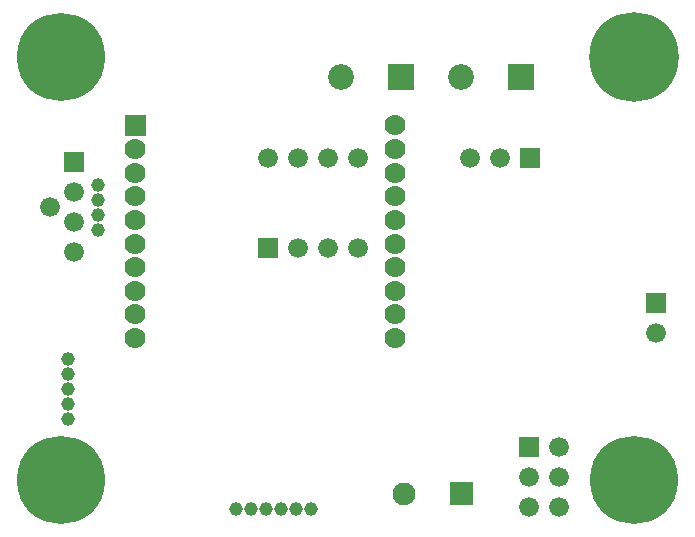
<source format=gbr>
G04 start of page 6 for group -4062 idx -4062 *
G04 Title: (unknown), soldermask *
G04 Creator: pcb 20110918 *
G04 CreationDate: Thu 28 Mar 2013 11:01:16 PM GMT UTC *
G04 For: railfan *
G04 Format: Gerber/RS-274X *
G04 PCB-Dimensions: 225000 175000 *
G04 PCB-Coordinate-Origin: lower left *
%MOIN*%
%FSLAX25Y25*%
%LNBOTTOMMASK*%
%ADD102C,0.0760*%
%ADD101C,0.0460*%
%ADD100C,0.0860*%
%ADD99C,0.2987*%
%ADD98C,0.0700*%
%ADD97C,0.0660*%
%ADD96C,0.0001*%
%ADD95C,0.2937*%
G54D95*X17000Y158000D03*
G54D96*G36*
X38386Y138748D02*Y131748D01*
X45386D01*
Y138748D01*
X38386D01*
G37*
G36*
X82700Y97800D02*Y91200D01*
X89300D01*
Y97800D01*
X82700D01*
G37*
G54D97*X96000Y94500D03*
Y124500D03*
X86000D03*
X106000Y94500D03*
X116000D03*
G54D98*X128500Y88004D03*
Y80130D03*
Y72256D03*
Y119500D03*
Y111626D03*
Y103752D03*
Y95878D03*
G54D96*G36*
X212200Y79300D02*Y72700D01*
X218800D01*
Y79300D01*
X212200D01*
G37*
G54D97*X215500Y66000D03*
G54D96*G36*
X170200Y127800D02*Y121200D01*
X176800D01*
Y127800D01*
X170200D01*
G37*
G54D97*X163500Y124500D03*
X153500D03*
X116000D03*
X106000D03*
G54D99*X208000Y158000D03*
G54D96*G36*
X166200Y155800D02*Y147200D01*
X174800D01*
Y155800D01*
X166200D01*
G37*
G54D100*X150500Y151500D03*
G54D96*G36*
X126200Y155800D02*Y147200D01*
X134800D01*
Y155800D01*
X126200D01*
G37*
G54D98*X128500Y135248D03*
Y127374D03*
G54D100*X110500Y151500D03*
G54D95*X17000Y17000D03*
G54D101*X19500Y57500D03*
Y52500D03*
Y47500D03*
Y42500D03*
Y37500D03*
G54D96*G36*
X169700Y31300D02*Y24700D01*
X176300D01*
Y31300D01*
X169700D01*
G37*
G54D97*X183000Y28000D03*
G54D95*X208000Y17000D03*
G54D97*X183000Y18000D03*
Y8000D03*
G54D96*G36*
X146806Y16300D02*Y8700D01*
X154406D01*
Y16300D01*
X146806D01*
G37*
G54D102*X131394Y12500D03*
G54D97*X173000Y18000D03*
Y8000D03*
G54D101*X100500Y7500D03*
G54D98*X128500Y64382D03*
G54D101*X95500Y7500D03*
X90500D03*
X85500D03*
X80500D03*
X75500D03*
G54D96*G36*
X18200Y126300D02*Y119700D01*
X24800D01*
Y126300D01*
X18200D01*
G37*
G54D101*X29500Y115500D03*
G54D97*X21500Y113000D03*
Y103000D03*
Y93000D03*
G54D101*X29500Y110500D03*
Y105500D03*
Y100500D03*
G54D97*X13500Y108000D03*
G54D98*X41886Y127374D03*
Y119500D03*
Y111626D03*
Y103752D03*
Y95878D03*
Y88004D03*
Y80130D03*
Y72256D03*
Y64382D03*
M02*

</source>
